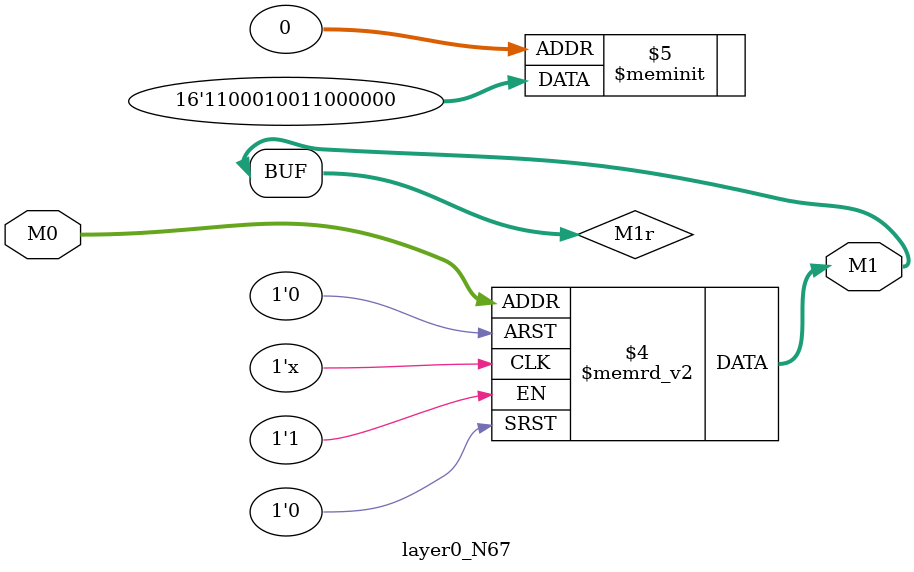
<source format=v>
module layer0_N67 ( input [2:0] M0, output [1:0] M1 );

	(*rom_style = "distributed" *) reg [1:0] M1r;
	assign M1 = M1r;
	always @ (M0) begin
		case (M0)
			3'b000: M1r = 2'b00;
			3'b100: M1r = 2'b00;
			3'b010: M1r = 2'b00;
			3'b110: M1r = 2'b00;
			3'b001: M1r = 2'b00;
			3'b101: M1r = 2'b01;
			3'b011: M1r = 2'b11;
			3'b111: M1r = 2'b11;

		endcase
	end
endmodule

</source>
